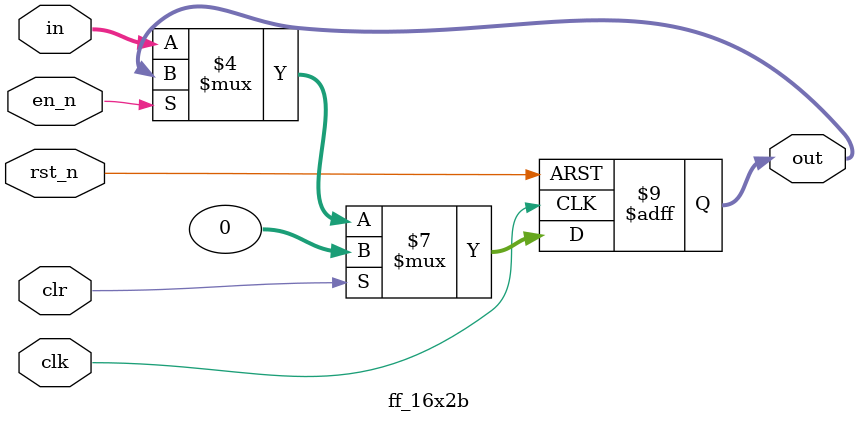
<source format=v>
`timescale 1ns/1ns


module ff_16x2b(in, out, clk, en_n, rst_n, clr);

input clk, en_n, rst_n, clr;
input [16 * 2 - 1:0] in;
output reg [16 * 2 - 1:0] out;


always @(posedge clk or negedge rst_n)
begin
    if (~rst_n)
    begin
        out <= 0;
    end
    else if (clr)
    begin
        out <= 0;
    end
    else if (~en_n)
    begin
        out <= in;
    end
end
endmodule
</source>
